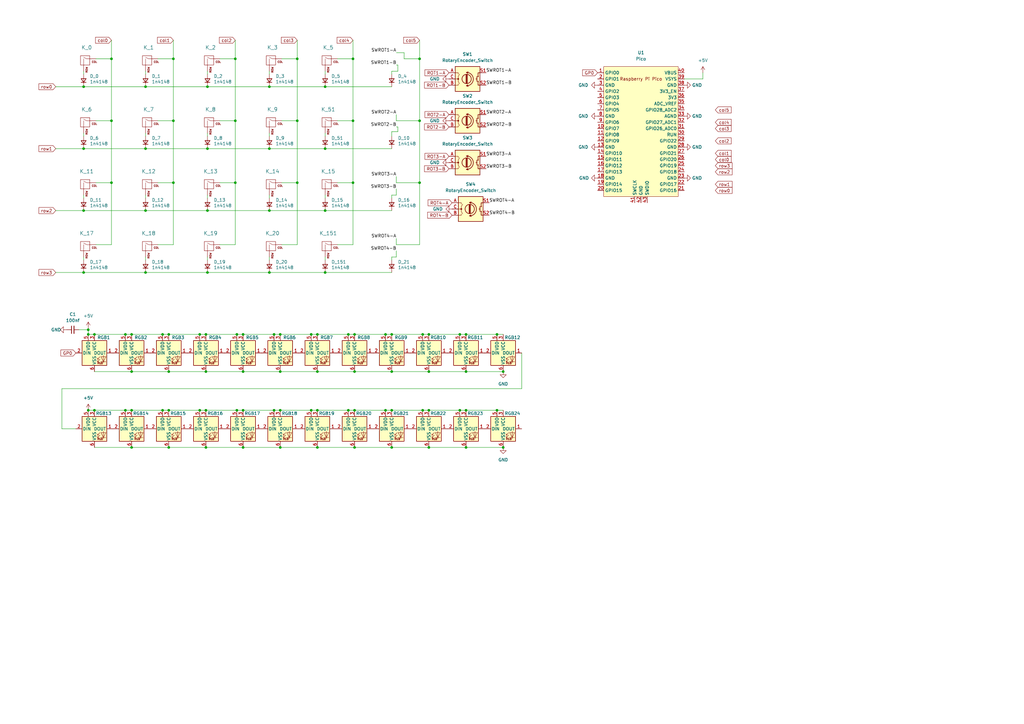
<source format=kicad_sch>
(kicad_sch (version 20211123) (generator eeschema)
  (paper "A3")
  (lib_symbols
    (symbol "Device:C_Small" (pin_numbers hide) (pin_names (offset 0.254) hide)
      (property "Reference" "C" (at 0.254 1.778 0))
      (property "Value" "C_Small" (at 0.254 -2.032 0))
      (symbol "C_Small_0_1"
        (polyline (pts (xy -1.524 -0.508) (xy 1.524 -0.508)) (stroke (width 0.3302)))
        (polyline (pts (xy -1.524 0.508) (xy 1.524 0.508)) (stroke (width 0.3048)))
      )
      (symbol "C_Small_1_1"
        (pin passive line (at 0 2.54 270) (length 2.032) (name "~") (number "1"))
        (pin passive line (at 0 -2.54 90) (length 2.032) (name "~") (number "2"))
      )
    )
    (symbol "Device:D_Small" (pin_numbers hide) (pin_names (offset 0.254) hide)
      (property "Reference" "D" (at -1.27 2.032 0))
      (property "Value" "D_Small" (at -3.81 -2.032 0))
      (symbol "D_Small_0_1"
        (polyline (pts (xy -0.762 -1.016) (xy -0.762 1.016)) (stroke (width 0.254)))
        (polyline (pts (xy -0.762 0) (xy 0.762 0)))
        (polyline (pts (xy 0.762 -1.016) (xy -0.762 0) (xy 0.762 1.016) (xy 0.762 -1.016)) (stroke (width 0.254)))
      )
      (symbol "D_Small_1_1"
        (pin passive line (at -2.54 0 0) (length 1.778) (name "K") (number "1"))
        (pin passive line (at 2.54 0 180) (length 1.778) (name "A") (number "2"))
      )
    )
    (symbol "Device:RotaryEncoder_Switch" (pin_names (offset 0.254) hide)
      (property "Reference" "SW" (at 0 6.604 0))
      (property "Value" "RotaryEncoder_Switch" (at 0 -6.604 0))
      (symbol "RotaryEncoder_Switch_0_1"
        (rectangle (start -5.08 5.08) (end 5.08 -5.08) (stroke (width 0.254)) (fill (type background)))
        (circle (center -3.81 0) (radius 0.254) (fill (type outline)))
        (arc (start -0.381 -2.794) (mid 2.3622 -0.0508) (end -0.381 2.667) (stroke (width 0.254)))
        (circle (center -0.381 0) (radius 1.905) (stroke (width 0.254)))
        (polyline (pts (xy -0.635 -1.778) (xy -0.635 1.778)) (stroke (width 0.254)))
        (polyline (pts (xy -0.381 -1.778) (xy -0.381 1.778)) (stroke (width 0.254)))
        (polyline (pts (xy -0.127 1.778) (xy -0.127 -1.778)) (stroke (width 0.254)))
        (polyline (pts (xy 3.81 0) (xy 3.429 0)) (stroke (width 0.254)))
        (polyline (pts (xy 3.81 1.016) (xy 3.81 -1.016)) (stroke (width 0.254)))
        (polyline (pts (xy -5.08 -2.54) (xy -3.81 -2.54) (xy -3.81 -2.032)))
        (polyline (pts (xy -5.08 2.54) (xy -3.81 2.54) (xy -3.81 2.032)))
        (polyline (pts (xy 0.254 -3.048) (xy -0.508 -2.794) (xy 0.127 -2.413)) (stroke (width 0.254)))
        (polyline (pts (xy 0.254 2.921) (xy -0.508 2.667) (xy 0.127 2.286)) (stroke (width 0.254)))
        (polyline (pts (xy 5.08 -2.54) (xy 4.318 -2.54) (xy 4.318 -1.016)) (stroke (width 0.254)))
        (polyline (pts (xy 5.08 2.54) (xy 4.318 2.54) (xy 4.318 1.016)) (stroke (width 0.254)))
        (polyline (pts (xy -5.08 0) (xy -3.81 0) (xy -3.81 -1.016) (xy -3.302 -2.032)))
        (polyline (pts (xy -4.318 0) (xy -3.81 0) (xy -3.81 1.016) (xy -3.302 2.032)))
        (circle (center 4.318 -1.016) (radius 0.127) (stroke (width 0.254)))
        (circle (center 4.318 1.016) (radius 0.127) (stroke (width 0.254)))
      )
      (symbol "RotaryEncoder_Switch_1_1"
        (pin passive line (at -7.62 2.54 0) (length 2.54) (name "A") (number "A"))
        (pin passive line (at -7.62 -2.54 0) (length 2.54) (name "B") (number "B"))
        (pin passive line (at -7.62 0 0) (length 2.54) (name "C") (number "C"))
        (pin passive line (at 7.62 2.54 180) (length 2.54) (name "S1") (number "S1"))
        (pin passive line (at 7.62 -2.54 180) (length 2.54) (name "S2") (number "S2"))
      )
    )
    (symbol "LED:WS2812" (pin_names (offset 0.254))
      (property "Reference" "D" (at 5.08 5.715 0))
      (property "Value" "WS2812" (at 1.27 -5.715 0))
      (symbol "WS2812_0_0"
        (text "RGB" (at 2.286 -4.191 0) (effects (font (size 0.762 0.762))))
      )
      (symbol "WS2812_0_1"
        (polyline (pts (xy 1.27 -3.556) (xy 1.778 -3.556)))
        (polyline (pts (xy 1.27 -2.54) (xy 1.778 -2.54)))
        (polyline (pts (xy 4.699 -3.556) (xy 2.667 -3.556)))
        (polyline (pts (xy 2.286 -2.54) (xy 1.27 -3.556) (xy 1.27 -3.048)))
        (polyline (pts (xy 2.286 -1.524) (xy 1.27 -2.54) (xy 1.27 -2.032)))
        (polyline (pts (xy 3.683 -1.016) (xy 3.683 -3.556) (xy 3.683 -4.064)))
        (polyline (pts (xy 4.699 -1.524) (xy 2.667 -1.524) (xy 3.683 -3.556) (xy 4.699 -1.524)))
        (rectangle (start 5.08 5.08) (end -5.08 -5.08) (stroke (width 0.254)) (fill (type background)))
      )
      (symbol "WS2812_1_1"
        (pin output line (at 7.62 0 180) (length 2.54) (name "DOUT") (number "1"))
        (pin input line (at -7.62 0 0) (length 2.54) (name "DIN") (number "2"))
        (pin power_in line (at 0 7.62 270) (length 2.54) (name "VCC") (number "3"))
        (pin no_connect line (at 5.08 2.54 180) (length 2.54) hide (name "NC") (number "4"))
        (pin power_in line (at -2.54 7.62 270) (length 2.54) (name "VDD") (number "5"))
        (pin power_in line (at 0 -7.62 90) (length 2.54) (name "VSS") (number "6"))
      )
    )
    (symbol "MCU_RaspberryPi_and_Boards:Pico"
      (property "Reference" "U" (at -13.97 27.94 0))
      (property "Value" "Pico" (at 0 19.05 0))
      (symbol "Pico_0_0"
        (text "Raspberry Pi Pico" (at 0 21.59 0) (effects (font (size 1.27 1.27))))
      )
      (symbol "Pico_0_1"
        (rectangle (start -15.24 26.67) (end 15.24 -26.67) (fill (type background)))
      )
      (symbol "Pico_1_1"
        (pin bidirectional line (at -17.78 24.13 0) (length 2.54) (name "GPIO0") (number "1"))
        (pin bidirectional line (at -17.78 1.27 0) (length 2.54) (name "GPIO7") (number "10"))
        (pin bidirectional line (at -17.78 -1.27 0) (length 2.54) (name "GPIO8") (number "11"))
        (pin bidirectional line (at -17.78 -3.81 0) (length 2.54) (name "GPIO9") (number "12"))
        (pin power_in line (at -17.78 -6.35 0) (length 2.54) (name "GND") (number "13"))
        (pin bidirectional line (at -17.78 -8.89 0) (length 2.54) (name "GPIO10") (number "14"))
        (pin bidirectional line (at -17.78 -11.43 0) (length 2.54) (name "GPIO11") (number "15"))
        (pin bidirectional line (at -17.78 -13.97 0) (length 2.54) (name "GPIO12") (number "16"))
        (pin bidirectional line (at -17.78 -16.51 0) (length 2.54) (name "GPIO13") (number "17"))
        (pin power_in line (at -17.78 -19.05 0) (length 2.54) (name "GND") (number "18"))
        (pin bidirectional line (at -17.78 -21.59 0) (length 2.54) (name "GPIO14") (number "19"))
        (pin bidirectional line (at -17.78 21.59 0) (length 2.54) (name "GPIO1") (number "2"))
        (pin bidirectional line (at -17.78 -24.13 0) (length 2.54) (name "GPIO15") (number "20"))
        (pin bidirectional line (at 17.78 -24.13 180) (length 2.54) (name "GPIO16") (number "21"))
        (pin bidirectional line (at 17.78 -21.59 180) (length 2.54) (name "GPIO17") (number "22"))
        (pin power_in line (at 17.78 -19.05 180) (length 2.54) (name "GND") (number "23"))
        (pin bidirectional line (at 17.78 -16.51 180) (length 2.54) (name "GPIO18") (number "24"))
        (pin bidirectional line (at 17.78 -13.97 180) (length 2.54) (name "GPIO19") (number "25"))
        (pin bidirectional line (at 17.78 -11.43 180) (length 2.54) (name "GPIO20") (number "26"))
        (pin bidirectional line (at 17.78 -8.89 180) (length 2.54) (name "GPIO21") (number "27"))
        (pin power_in line (at 17.78 -6.35 180) (length 2.54) (name "GND") (number "28"))
        (pin bidirectional line (at 17.78 -3.81 180) (length 2.54) (name "GPIO22") (number "29"))
        (pin power_in line (at -17.78 19.05 0) (length 2.54) (name "GND") (number "3"))
        (pin input line (at 17.78 -1.27 180) (length 2.54) (name "RUN") (number "30"))
        (pin bidirectional line (at 17.78 1.27 180) (length 2.54) (name "GPIO26_ADC0") (number "31"))
        (pin bidirectional line (at 17.78 3.81 180) (length 2.54) (name "GPIO27_ADC1") (number "32"))
        (pin power_in line (at 17.78 6.35 180) (length 2.54) (name "AGND") (number "33"))
        (pin bidirectional line (at 17.78 8.89 180) (length 2.54) (name "GPIO28_ADC2") (number "34"))
        (pin power_in line (at 17.78 11.43 180) (length 2.54) (name "ADC_VREF") (number "35"))
        (pin power_in line (at 17.78 13.97 180) (length 2.54) (name "3V3") (number "36"))
        (pin input line (at 17.78 16.51 180) (length 2.54) (name "3V3_EN") (number "37"))
        (pin bidirectional line (at 17.78 19.05 180) (length 2.54) (name "GND") (number "38"))
        (pin power_in line (at 17.78 21.59 180) (length 2.54) (name "VSYS") (number "39"))
        (pin bidirectional line (at -17.78 16.51 0) (length 2.54) (name "GPIO2") (number "4"))
        (pin power_in line (at 17.78 24.13 180) (length 2.54) (name "VBUS") (number "40"))
        (pin input line (at -2.54 -29.21 90) (length 2.54) (name "SWCLK") (number "41"))
        (pin power_in line (at 0 -29.21 90) (length 2.54) (name "GND") (number "42"))
        (pin bidirectional line (at 2.54 -29.21 90) (length 2.54) (name "SWDIO") (number "43"))
        (pin bidirectional line (at -17.78 13.97 0) (length 2.54) (name "GPIO3") (number "5"))
        (pin bidirectional line (at -17.78 11.43 0) (length 2.54) (name "GPIO4") (number "6"))
        (pin bidirectional line (at -17.78 8.89 0) (length 2.54) (name "GPIO5") (number "7"))
        (pin power_in line (at -17.78 6.35 0) (length 2.54) (name "GND") (number "8"))
        (pin bidirectional line (at -17.78 3.81 0) (length 2.54) (name "GPIO6") (number "9"))
      )
    )
    (symbol "MX_Alps_Hybrid:MX-NoLED" (pin_names (offset 1.016))
      (property "Reference" "MX" (at -0.635 3.81 0))
      (property "Value" "MX-NoLED" (at -0.635 1.27 0))
      (symbol "MX-NoLED_0_0"
        (rectangle (start -2.54 2.54) (end 1.27 -1.27))
        (polyline (pts (xy -1.27 -1.27) (xy -1.27 1.27)) (stroke (width 0.127)))
        (polyline (pts (xy 1.27 1.27) (xy 0 1.27) (xy -1.27 1.905)) (stroke (width 0.127)))
        (text "COL" (at 3.175 0 0) (effects (font (size 0.762 0.762))))
        (text "ROW" (at 0 -1.905 900) (effects (font (size 0.762 0.762)) (justify right)))
      )
      (symbol "MX-NoLED_1_1"
        (pin passive line (at 3.81 1.27 180) (length 2.54) (name "COL") (number "1"))
        (pin passive line (at -1.27 -3.81 90) (length 2.54) (name "ROW") (number "2"))
      )
    )
    (symbol "power:+5V" (power) (pin_names (offset 0))
      (property "Value" "+5V" (at 0 3.556 0))
      (symbol "+5V_0_1"
        (polyline (pts (xy -0.762 1.27) (xy 0 2.54)))
        (polyline (pts (xy 0 0) (xy 0 2.54)))
        (polyline (pts (xy 0 2.54) (xy 0.762 1.27)))
      )
      (symbol "+5V_1_1"
        (pin power_in line (at 0 0 90) (length 0) hide (name "+5V") (number "1"))
      )
    )
    (symbol "power:GND" (power) (pin_names (offset 0))
      (property "Value" "GND" (at 0 -3.81 0))
      (symbol "GND_0_1"
        (polyline (pts (xy 0 0) (xy 0 -1.27) (xy 1.27 -1.27) (xy 0 -2.54) (xy -1.27 -1.27) (xy 0 -1.27)))
      )
      (symbol "GND_1_1"
        (pin power_in line (at 0 0 270) (length 0) hide (name "GND") (number "1"))
      )
    )
  )
  (junction (at 188.595 137.16))
  (junction (at 112.395 168.275))
  (junction (at 121.92 74.93))
  (junction (at 38.735 137.16))
  (junction (at 206.375 152.4))
  (junction (at 66.675 168.275))
  (junction (at 172.085 49.53))
  (junction (at 34.29 111.76))
  (junction (at 133.35 60.96))
  (junction (at 110.49 86.36))
  (junction (at 127.635 168.275))
  (junction (at 203.835 137.16))
  (junction (at 121.92 24.13))
  (junction (at 59.69 111.76))
  (junction (at 71.12 49.53))
  (junction (at 96.52 24.13))
  (junction (at 85.09 86.36))
  (junction (at 203.835 168.275))
  (junction (at 59.69 86.36))
  (junction (at 85.09 35.56))
  (junction (at 71.12 24.13))
  (junction (at 191.135 168.275))
  (junction (at 206.375 183.515))
  (junction (at 34.29 86.36))
  (junction (at 144.78 24.13))
  (junction (at 96.52 74.93))
  (junction (at 145.415 183.515))
  (junction (at 121.92 49.53))
  (junction (at 144.78 49.53))
  (junction (at 114.935 137.16))
  (junction (at 99.695 168.275))
  (junction (at 130.175 137.16))
  (junction (at 144.78 74.93))
  (junction (at 173.355 168.275))
  (junction (at 112.395 137.16))
  (junction (at 45.72 24.13))
  (junction (at 130.175 183.515))
  (junction (at 158.115 168.275))
  (junction (at 188.595 168.275))
  (junction (at 145.415 168.275))
  (junction (at 110.49 60.96))
  (junction (at 69.215 183.515))
  (junction (at 59.69 35.56))
  (junction (at 133.35 35.56))
  (junction (at 51.435 137.16))
  (junction (at 59.69 60.96))
  (junction (at 145.415 137.16))
  (junction (at 66.675 137.16))
  (junction (at 175.895 137.16))
  (junction (at 172.085 74.93))
  (junction (at 175.895 168.275))
  (junction (at 191.135 152.4))
  (junction (at 130.175 152.4))
  (junction (at 36.195 168.275))
  (junction (at 110.49 35.56))
  (junction (at 160.655 152.4))
  (junction (at 175.895 183.515))
  (junction (at 36.195 135.255))
  (junction (at 173.355 137.16))
  (junction (at 81.915 137.16))
  (junction (at 84.455 137.16))
  (junction (at 114.935 183.515))
  (junction (at 38.735 168.275))
  (junction (at 34.29 35.56))
  (junction (at 81.915 168.275))
  (junction (at 84.455 152.4))
  (junction (at 158.115 137.16))
  (junction (at 97.155 168.275))
  (junction (at 145.415 152.4))
  (junction (at 53.975 152.4))
  (junction (at 160.655 168.275))
  (junction (at 114.935 152.4))
  (junction (at 130.175 168.275))
  (junction (at 84.455 168.275))
  (junction (at 51.435 168.275))
  (junction (at 191.135 183.515))
  (junction (at 110.49 111.76))
  (junction (at 53.975 183.515))
  (junction (at 45.72 49.53))
  (junction (at 175.895 152.4))
  (junction (at 99.695 137.16))
  (junction (at 84.455 183.515))
  (junction (at 99.695 183.515))
  (junction (at 45.72 74.93))
  (junction (at 34.29 60.96))
  (junction (at 127.635 137.16))
  (junction (at 160.655 183.515))
  (junction (at 69.215 137.16))
  (junction (at 172.085 24.13))
  (junction (at 99.695 152.4))
  (junction (at 71.12 74.93))
  (junction (at 69.215 152.4))
  (junction (at 133.35 111.76))
  (junction (at 142.875 168.275))
  (junction (at 69.215 168.275))
  (junction (at 97.155 137.16))
  (junction (at 114.935 168.275))
  (junction (at 36.195 137.16))
  (junction (at 142.875 137.16))
  (junction (at 191.135 137.16))
  (junction (at 96.52 49.53))
  (junction (at 53.975 168.275))
  (junction (at 160.655 137.16))
  (junction (at 85.09 111.76))
  (junction (at 133.35 86.36))
  (junction (at 53.975 137.16))
  (junction (at 85.09 60.96))
  (wire (pts (xy 160.655 137.16) (xy 173.355 137.16)))
  (wire (pts (xy 34.29 86.36) (xy 59.69 86.36)))
  (wire (pts (xy 39.37 49.53) (xy 45.72 49.53)))
  (wire (pts (xy 112.395 168.275) (xy 114.935 168.275)))
  (wire (pts (xy 22.86 35.56) (xy 34.29 35.56)))
  (wire (pts (xy 138.43 49.53) (xy 144.78 49.53)))
  (wire (pts (xy 84.455 168.275) (xy 97.155 168.275)))
  (wire (pts (xy 25.4 159.385) (xy 25.4 175.895)))
  (wire (pts (xy 144.78 74.93) (xy 144.78 100.33)))
  (wire (pts (xy 39.37 100.33) (xy 45.72 100.33)))
  (wire (pts (xy 172.085 16.51) (xy 172.085 24.13)))
  (wire (pts (xy 99.695 183.515) (xy 114.935 183.515)))
  (wire (pts (xy 127.635 168.275) (xy 130.175 168.275)))
  (wire (pts (xy 45.72 74.93) (xy 45.72 49.53)))
  (wire (pts (xy 288.29 32.385) (xy 288.29 29.845)))
  (wire (pts (xy 38.735 137.16) (xy 51.435 137.16)))
  (wire (pts (xy 38.735 183.515) (xy 53.975 183.515)))
  (wire (pts (xy 34.29 35.56) (xy 59.69 35.56)))
  (wire (pts (xy 85.09 54.61) (xy 85.09 55.88)))
  (wire (pts (xy 160.655 53.975) (xy 163.195 53.975)))
  (wire (pts (xy 45.72 16.51) (xy 45.72 24.13)))
  (wire (pts (xy 90.17 100.33) (xy 96.52 100.33)))
  (wire (pts (xy 90.17 24.13) (xy 96.52 24.13)))
  (wire (pts (xy 81.915 137.16) (xy 84.455 137.16)))
  (wire (pts (xy 64.77 74.93) (xy 71.12 74.93)))
  (wire (pts (xy 191.135 137.16) (xy 203.835 137.16)))
  (wire (pts (xy 160.655 105.41) (xy 162.56 105.41)))
  (wire (pts (xy 191.135 152.4) (xy 206.375 152.4)))
  (wire (pts (xy 59.69 80.01) (xy 59.69 81.28)))
  (wire (pts (xy 39.37 74.93) (xy 45.72 74.93)))
  (wire (pts (xy 145.415 183.515) (xy 160.655 183.515)))
  (wire (pts (xy 85.09 86.36) (xy 110.49 86.36)))
  (wire (pts (xy 85.09 35.56) (xy 110.49 35.56)))
  (wire (pts (xy 162.56 26.67) (xy 163.195 26.67)))
  (wire (pts (xy 34.29 105.41) (xy 34.29 106.68)))
  (wire (pts (xy 34.29 54.61) (xy 34.29 55.88)))
  (wire (pts (xy 144.78 49.53) (xy 144.78 74.93)))
  (wire (pts (xy 160.655 183.515) (xy 175.895 183.515)))
  (wire (pts (xy 138.43 74.93) (xy 144.78 74.93)))
  (wire (pts (xy 25.4 175.895) (xy 31.115 175.895)))
  (wire (pts (xy 114.935 168.275) (xy 127.635 168.275)))
  (wire (pts (xy 110.49 80.01) (xy 110.49 81.28)))
  (wire (pts (xy 110.49 111.76) (xy 133.35 111.76)))
  (wire (pts (xy 71.12 16.51) (xy 71.12 24.13)))
  (wire (pts (xy 90.17 74.93) (xy 96.52 74.93)))
  (wire (pts (xy 110.49 105.41) (xy 110.49 106.68)))
  (wire (pts (xy 38.735 168.275) (xy 51.435 168.275)))
  (wire (pts (xy 130.175 152.4) (xy 145.415 152.4)))
  (wire (pts (xy 96.52 74.93) (xy 96.52 49.53)))
  (wire (pts (xy 71.12 74.93) (xy 71.12 49.53)))
  (wire (pts (xy 160.655 168.275) (xy 173.355 168.275)))
  (wire (pts (xy 162.56 105.41) (xy 162.56 102.87)))
  (wire (pts (xy 114.935 152.4) (xy 130.175 152.4)))
  (wire (pts (xy 163.195 52.07) (xy 162.56 52.07)))
  (wire (pts (xy 121.92 24.13) (xy 121.92 49.53)))
  (wire (pts (xy 45.72 24.13) (xy 45.72 49.53)))
  (wire (pts (xy 85.09 60.96) (xy 110.49 60.96)))
  (wire (pts (xy 162.56 80.01) (xy 162.56 77.47)))
  (wire (pts (xy 66.675 137.16) (xy 69.215 137.16)))
  (wire (pts (xy 59.69 111.76) (xy 85.09 111.76)))
  (wire (pts (xy 96.52 24.13) (xy 96.52 49.53)))
  (wire (pts (xy 71.12 24.13) (xy 71.12 49.53)))
  (wire (pts (xy 138.43 100.33) (xy 144.78 100.33)))
  (wire (pts (xy 36.195 134.62) (xy 36.195 135.255)))
  (wire (pts (xy 162.56 100.33) (xy 162.56 97.79)))
  (wire (pts (xy 175.895 183.515) (xy 191.135 183.515)))
  (wire (pts (xy 213.995 159.385) (xy 25.4 159.385)))
  (wire (pts (xy 160.655 53.975) (xy 160.655 55.88)))
  (wire (pts (xy 69.215 168.275) (xy 81.915 168.275)))
  (wire (pts (xy 36.195 168.275) (xy 38.735 168.275)))
  (wire (pts (xy 59.69 86.36) (xy 85.09 86.36)))
  (wire (pts (xy 163.195 26.67) (xy 163.195 29.21)))
  (wire (pts (xy 64.77 24.13) (xy 71.12 24.13)))
  (wire (pts (xy 99.695 137.16) (xy 112.395 137.16)))
  (wire (pts (xy 158.115 168.275) (xy 160.655 168.275)))
  (wire (pts (xy 90.17 49.53) (xy 96.52 49.53)))
  (wire (pts (xy 175.895 152.4) (xy 191.135 152.4)))
  (wire (pts (xy 133.35 29.21) (xy 133.35 30.48)))
  (wire (pts (xy 158.115 137.16) (xy 160.655 137.16)))
  (wire (pts (xy 130.175 168.275) (xy 142.875 168.275)))
  (wire (pts (xy 51.435 137.16) (xy 53.975 137.16)))
  (wire (pts (xy 162.56 49.53) (xy 162.56 46.99)))
  (wire (pts (xy 203.835 168.275) (xy 206.375 168.275)))
  (wire (pts (xy 121.92 100.33) (xy 121.92 74.93)))
  (wire (pts (xy 145.415 152.4) (xy 160.655 152.4)))
  (wire (pts (xy 22.86 60.96) (xy 34.29 60.96)))
  (wire (pts (xy 191.135 183.515) (xy 206.375 183.515)))
  (wire (pts (xy 53.975 137.16) (xy 66.675 137.16)))
  (wire (pts (xy 175.895 137.16) (xy 188.595 137.16)))
  (wire (pts (xy 145.415 137.16) (xy 158.115 137.16)))
  (wire (pts (xy 213.995 144.78) (xy 213.995 159.385)))
  (wire (pts (xy 280.67 32.385) (xy 288.29 32.385)))
  (wire (pts (xy 172.085 24.13) (xy 172.085 49.53)))
  (wire (pts (xy 130.175 183.515) (xy 145.415 183.515)))
  (wire (pts (xy 85.09 80.01) (xy 85.09 81.28)))
  (wire (pts (xy 59.69 105.41) (xy 59.69 106.68)))
  (wire (pts (xy 110.49 35.56) (xy 133.35 35.56)))
  (wire (pts (xy 133.35 80.01) (xy 133.35 81.28)))
  (wire (pts (xy 97.155 168.275) (xy 99.695 168.275)))
  (wire (pts (xy 172.085 74.93) (xy 172.085 100.33)))
  (wire (pts (xy 99.695 152.4) (xy 114.935 152.4)))
  (wire (pts (xy 165.735 24.13) (xy 165.735 21.59)))
  (wire (pts (xy 96.52 16.51) (xy 96.52 24.13)))
  (wire (pts (xy 110.49 86.36) (xy 133.35 86.36)))
  (wire (pts (xy 59.69 35.56) (xy 85.09 35.56)))
  (wire (pts (xy 39.37 24.13) (xy 45.72 24.13)))
  (wire (pts (xy 162.56 100.33) (xy 172.085 100.33)))
  (wire (pts (xy 115.57 74.93) (xy 121.92 74.93)))
  (wire (pts (xy 81.915 168.275) (xy 84.455 168.275)))
  (wire (pts (xy 53.975 183.515) (xy 69.215 183.515)))
  (wire (pts (xy 142.875 137.16) (xy 145.415 137.16)))
  (wire (pts (xy 115.57 24.13) (xy 121.92 24.13)))
  (wire (pts (xy 34.29 29.21) (xy 34.29 30.48)))
  (wire (pts (xy 173.355 168.275) (xy 175.895 168.275)))
  (wire (pts (xy 85.09 29.21) (xy 85.09 30.48)))
  (wire (pts (xy 133.35 111.76) (xy 160.655 111.76)))
  (wire (pts (xy 71.12 100.33) (xy 71.12 74.93)))
  (wire (pts (xy 38.735 152.4) (xy 53.975 152.4)))
  (wire (pts (xy 121.92 16.51) (xy 121.92 24.13)))
  (wire (pts (xy 34.29 60.96) (xy 59.69 60.96)))
  (wire (pts (xy 84.455 183.515) (xy 99.695 183.515)))
  (wire (pts (xy 165.735 24.13) (xy 172.085 24.13)))
  (wire (pts (xy 133.35 35.56) (xy 160.655 35.56)))
  (wire (pts (xy 133.35 60.96) (xy 160.655 60.96)))
  (wire (pts (xy 172.085 74.93) (xy 172.085 49.53)))
  (wire (pts (xy 165.735 21.59) (xy 162.56 21.59)))
  (wire (pts (xy 133.35 105.41) (xy 133.35 106.68)))
  (wire (pts (xy 110.49 54.61) (xy 110.49 55.88)))
  (wire (pts (xy 97.155 137.16) (xy 99.695 137.16)))
  (wire (pts (xy 162.56 74.93) (xy 172.085 74.93)))
  (wire (pts (xy 32.385 135.255) (xy 36.195 135.255)))
  (wire (pts (xy 64.77 100.33) (xy 71.12 100.33)))
  (wire (pts (xy 69.215 183.515) (xy 84.455 183.515)))
  (wire (pts (xy 144.78 16.51) (xy 144.78 24.13)))
  (wire (pts (xy 110.49 60.96) (xy 133.35 60.96)))
  (wire (pts (xy 22.86 111.76) (xy 34.29 111.76)))
  (wire (pts (xy 84.455 152.4) (xy 99.695 152.4)))
  (wire (pts (xy 175.895 168.275) (xy 188.595 168.275)))
  (wire (pts (xy 138.43 24.13) (xy 144.78 24.13)))
  (wire (pts (xy 84.455 137.16) (xy 97.155 137.16)))
  (wire (pts (xy 160.655 29.21) (xy 160.655 30.48)))
  (wire (pts (xy 64.77 49.53) (xy 71.12 49.53)))
  (wire (pts (xy 34.29 111.76) (xy 59.69 111.76)))
  (wire (pts (xy 69.215 152.4) (xy 84.455 152.4)))
  (wire (pts (xy 133.35 86.36) (xy 160.655 86.36)))
  (wire (pts (xy 110.49 29.21) (xy 110.49 30.48)))
  (wire (pts (xy 115.57 100.33) (xy 121.92 100.33)))
  (wire (pts (xy 85.09 105.41) (xy 85.09 106.68)))
  (wire (pts (xy 36.195 135.255) (xy 36.195 137.16)))
  (wire (pts (xy 160.655 80.01) (xy 162.56 80.01)))
  (wire (pts (xy 162.56 49.53) (xy 172.085 49.53)))
  (wire (pts (xy 191.135 168.275) (xy 203.835 168.275)))
  (wire (pts (xy 145.415 168.275) (xy 158.115 168.275)))
  (wire (pts (xy 53.975 168.275) (xy 66.675 168.275)))
  (wire (pts (xy 59.69 60.96) (xy 85.09 60.96)))
  (wire (pts (xy 127.635 137.16) (xy 130.175 137.16)))
  (wire (pts (xy 53.975 152.4) (xy 69.215 152.4)))
  (wire (pts (xy 144.78 24.13) (xy 144.78 49.53)))
  (wire (pts (xy 173.355 137.16) (xy 175.895 137.16)))
  (wire (pts (xy 188.595 137.16) (xy 191.135 137.16)))
  (wire (pts (xy 51.435 168.275) (xy 53.975 168.275)))
  (wire (pts (xy 162.56 74.93) (xy 162.56 72.39)))
  (wire (pts (xy 36.195 137.16) (xy 38.735 137.16)))
  (wire (pts (xy 112.395 137.16) (xy 114.935 137.16)))
  (wire (pts (xy 22.86 86.36) (xy 34.29 86.36)))
  (wire (pts (xy 160.655 152.4) (xy 175.895 152.4)))
  (wire (pts (xy 114.935 183.515) (xy 130.175 183.515)))
  (wire (pts (xy 85.09 111.76) (xy 110.49 111.76)))
  (wire (pts (xy 203.835 137.16) (xy 206.375 137.16)))
  (wire (pts (xy 45.72 100.33) (xy 45.72 74.93)))
  (wire (pts (xy 114.935 137.16) (xy 127.635 137.16)))
  (wire (pts (xy 130.175 137.16) (xy 142.875 137.16)))
  (wire (pts (xy 69.215 137.16) (xy 81.915 137.16)))
  (wire (pts (xy 34.29 80.01) (xy 34.29 81.28)))
  (wire (pts (xy 115.57 49.53) (xy 121.92 49.53)))
  (wire (pts (xy 59.69 54.61) (xy 59.69 55.88)))
  (wire (pts (xy 160.655 80.01) (xy 160.655 81.28)))
  (wire (pts (xy 121.92 74.93) (xy 121.92 49.53)))
  (wire (pts (xy 66.675 168.275) (xy 69.215 168.275)))
  (wire (pts (xy 188.595 168.275) (xy 191.135 168.275)))
  (wire (pts (xy 96.52 100.33) (xy 96.52 74.93)))
  (wire (pts (xy 163.195 53.975) (xy 163.195 52.07)))
  (wire (pts (xy 142.875 168.275) (xy 145.415 168.275)))
  (wire (pts (xy 160.655 105.41) (xy 160.655 106.68)))
  (wire (pts (xy 133.35 54.61) (xy 133.35 55.88)))
  (wire (pts (xy 99.695 168.275) (xy 112.395 168.275)))
  (wire (pts (xy 59.69 29.21) (xy 59.69 30.48)))
  (wire (pts (xy 163.195 29.21) (xy 160.655 29.21)))
  (label "SWROT4-A" (at 162.56 97.79 180))
  (label "SWROT2-A" (at 199.39 46.99 0))
  (label "SWROT1-B" (at 162.56 26.67 180))
  (label "SWROT1-B" (at 199.39 34.925 0))
  (label "SWROT2-A" (at 162.56 46.99 180))
  (label "SWROT3-A" (at 162.56 72.39 180))
  (label "SWROT1-A" (at 199.39 29.845 0))
  (label "SWROT4-B" (at 162.56 102.87 180))
  (label "SWROT2-B" (at 162.56 52.07 180))
  (label "SWROT3-B" (at 162.56 77.47 180))
  (label "SWROT4-B" (at 200.66 88.265 0))
  (label "SWROT2-B" (at 199.39 52.07 0))
  (label "SWROT3-A" (at 199.39 64.135 0))
  (label "SWROT1-A" (at 162.56 21.59 180))
  (label "SWROT4-A" (at 200.66 83.185 0))
  (label "SWROT3-B" (at 199.39 69.215 0))
  (global_label "ROT1-A" (shape input) (at 184.15 29.845 180) (property "Intersheet References" "${INTERSHEET_REFS}" (effects hide)))
  (global_label "row0" (shape input) (at 22.86 35.56 180) (property "Intersheet References" "${INTERSHEET_REFS}" (effects hide)))
  (global_label "ROT3-A" (shape input) (at 184.15 64.135 180) (property "Intersheet References" "${INTERSHEET_REFS}" (effects hide)))
  (global_label "ROT1-B" (shape input) (at 184.15 34.925 180) (property "Intersheet References" "${INTERSHEET_REFS}" (effects hide)))
  (global_label "col1" (shape input) (at 293.37 62.865 0) (property "Intersheet References" "${INTERSHEET_REFS}" (effects hide)))
  (global_label "row1" (shape input) (at 22.86 60.96 180) (property "Intersheet References" "${INTERSHEET_REFS}" (effects hide)))
  (global_label "GP0" (shape input) (at 31.115 144.78 180) (property "Intersheet References" "${INTERSHEET_REFS}" (effects hide)))
  (global_label "ROT4-B" (shape input) (at 185.42 88.265 180) (property "Intersheet References" "${INTERSHEET_REFS}" (effects hide)))
  (global_label "row1" (shape input) (at 293.37 75.565 0) (property "Intersheet References" "${INTERSHEET_REFS}" (effects hide)))
  (global_label "GP0" (shape input) (at 245.11 29.845 180) (property "Intersheet References" "${INTERSHEET_REFS}" (effects hide)))
  (global_label "col5" (shape input) (at 293.37 45.085 0) (property "Intersheet References" "${INTERSHEET_REFS}" (effects hide)))
  (global_label "col0" (shape input) (at 293.37 65.405 0) (property "Intersheet References" "${INTERSHEET_REFS}" (effects hide)))
  (global_label "col5" (shape input) (at 172.085 16.51 180) (property "Intersheet References" "${INTERSHEET_REFS}" (effects hide)))
  (global_label "row2" (shape input) (at 293.37 70.485 0) (property "Intersheet References" "${INTERSHEET_REFS}" (effects hide)))
  (global_label "ROT4-A" (shape input) (at 185.42 83.185 180) (property "Intersheet References" "${INTERSHEET_REFS}" (effects hide)))
  (global_label "col2" (shape input) (at 293.37 57.785 0) (property "Intersheet References" "${INTERSHEET_REFS}" (effects hide)))
  (global_label "col0" (shape input) (at 45.72 16.51 180) (property "Intersheet References" "${INTERSHEET_REFS}" (effects hide)))
  (global_label "ROT2-A" (shape input) (at 184.15 46.99 180) (property "Intersheet References" "${INTERSHEET_REFS}" (effects hide)))
  (global_label "ROT2-B" (shape input) (at 184.15 52.07 180) (property "Intersheet References" "${INTERSHEET_REFS}" (effects hide)))
  (global_label "row2" (shape input) (at 22.86 86.36 180) (property "Intersheet References" "${INTERSHEET_REFS}" (effects hide)))
  (global_label "col4" (shape input) (at 293.37 50.165 0) (property "Intersheet References" "${INTERSHEET_REFS}" (effects hide)))
  (global_label "row0" (shape input) (at 293.37 78.105 0) (property "Intersheet References" "${INTERSHEET_REFS}" (effects hide)))
  (global_label "col4" (shape input) (at 144.78 16.51 180) (property "Intersheet References" "${INTERSHEET_REFS}" (effects hide)))
  (global_label "col3" (shape input) (at 293.37 52.705 0) (property "Intersheet References" "${INTERSHEET_REFS}" (effects hide)))
  (global_label "row3" (shape input) (at 293.37 67.945 0) (property "Intersheet References" "${INTERSHEET_REFS}" (effects hide)))
  (global_label "row3" (shape input) (at 22.86 111.76 180) (property "Intersheet References" "${INTERSHEET_REFS}" (effects hide)))
  (global_label "col3" (shape input) (at 121.92 16.51 180) (property "Intersheet References" "${INTERSHEET_REFS}" (effects hide)))
  (global_label "ROT3-B" (shape input) (at 184.15 69.215 180) (property "Intersheet References" "${INTERSHEET_REFS}" (effects hide)))
  (global_label "col1" (shape input) (at 71.12 16.51 180) (property "Intersheet References" "${INTERSHEET_REFS}" (effects hide)))
  (global_label "col2" (shape input) (at 96.52 16.51 180) (property "Intersheet References" "${INTERSHEET_REFS}" (effects hide)))
  (symbol (lib_id "LED:WS2812") (at 160.655 175.895 0) (unit 1)
    (property "Reference" "RGB21" (at 164.465 169.545 0))
    (property "Value" "WS2812" (effects hide))
    (property "Footprint" "LED_SMD:LED_WS2812_PLCC6_5.0x5.0mm_P1.6mm" (effects hide))
    (property "Datasheet" "https://cdn-shop.adafruit.com/datasheets/WS2812.pdf" (effects hide))
  )
  (symbol (lib_id "MX_Alps_Hybrid:MX-NoLED") (at 134.62 101.6 0) (unit 1)
    (property "Reference" "K_151" (at 134.62 95.6818 0) (effects (font (size 1.524 1.524))))
    (property "Value" "MX Switch" (effects hide))
    (property "Footprint" "MX_Only:MXOnly-1U-NoLED" (effects hide))
  )
  (symbol (lib_id "power:GND") (at 184.15 32.385 270) (unit 1)
    (property "Reference" "#PWR0112" (effects hide))
    (property "Value" "GND" (at 180.34 32.3849 90) (effects (justify right)))
  )
  (symbol (lib_id "power:GND") (at 280.67 34.925 90) (unit 1)
    (property "Reference" "#PWR0108" (effects hide))
    (property "Value" "GND" (at 283.845 34.9249 90) (effects (justify right)))
  )
  (symbol (lib_id "LED:WS2812") (at 160.655 144.78 0) (unit 1)
    (property "Reference" "RGB9" (at 164.465 138.43 0))
    (property "Value" "WS2812" (effects hide))
    (property "Footprint" "LED_SMD:LED_WS2812_PLCC6_5.0x5.0mm_P1.6mm" (effects hide))
    (property "Datasheet" "https://cdn-shop.adafruit.com/datasheets/WS2812.pdf" (effects hide))
  )
  (symbol (lib_id "Device:D_Small") (at 34.29 109.22 90) (unit 1)
    (property "Reference" "D_17" (at 36.83 107.442 90) (effects (justify right)))
    (property "Value" "1n4148" (at 36.83 109.728 90) (effects (justify right)))
    (property "Footprint" "Diode_THT:D_DO-35_SOD27_P7.62mm_Horizontal" (effects hide))
  )
  (symbol (lib_id "Device:D_Small") (at 85.09 83.82 90) (unit 1)
    (property "Reference" "D_13" (at 87.63 82.042 90) (effects (justify right)))
    (property "Value" "1n4148" (at 87.63 84.328 90) (effects (justify right)))
    (property "Footprint" "Diode_THT:D_DO-35_SOD27_P7.62mm_Horizontal" (effects hide))
  )
  (symbol (lib_id "LED:WS2812") (at 206.375 175.895 0) (unit 1)
    (property "Reference" "RGB24" (at 210.185 169.545 0))
    (property "Value" "WS2812" (effects hide))
    (property "Footprint" "LED_SMD:LED_WS2812_PLCC6_5.0x5.0mm_P1.6mm" (effects hide))
    (property "Datasheet" "https://cdn-shop.adafruit.com/datasheets/WS2812.pdf" (effects hide))
  )
  (symbol (lib_id "Device:RotaryEncoder_Switch") (at 191.77 66.675 0) (unit 1)
    (property "Reference" "SW3" (at 191.77 56.515 0))
    (property "Value" "RotaryEncoder_Switch" (at 191.77 59.055 0))
    (property "Footprint" "Rotary_Encoder:RotaryEncoder_Alps_EC12E-Switch_Vertical_H20mm" (effects hide))
  )
  (symbol (lib_id "power:+5V") (at 36.195 134.62 0) (unit 1)
    (property "Reference" "#PWR0117" (effects hide))
    (property "Value" "+5V" (at 36.195 129.54 0))
  )
  (symbol (lib_id "Device:D_Small") (at 85.09 33.02 90) (unit 1)
    (property "Reference" "D_2" (at 87.63 31.242 90) (effects (justify right)))
    (property "Value" "1n4148" (at 87.63 33.528 90) (effects (justify right)))
    (property "Footprint" "Diode_THT:D_DO-35_SOD27_P7.62mm_Horizontal" (effects hide))
  )
  (symbol (lib_id "Device:D_Small") (at 133.35 83.82 90) (unit 1)
    (property "Reference" "D_15" (at 135.89 82.042 90) (effects (justify right)))
    (property "Value" "1n4148" (at 135.89 84.328 90) (effects (justify right)))
    (property "Footprint" "Diode_THT:D_DO-35_SOD27_P7.62mm_Horizontal" (effects hide))
  )
  (symbol (lib_id "power:GND") (at 280.67 73.025 90) (unit 1)
    (property "Reference" "#PWR0105" (effects hide))
    (property "Value" "GND" (at 283.845 73.0249 90) (effects (justify right)))
  )
  (symbol (lib_id "Device:RotaryEncoder_Switch") (at 191.77 49.53 0) (unit 1)
    (property "Reference" "SW2" (at 191.77 39.37 0))
    (property "Value" "RotaryEncoder_Switch" (at 191.77 41.91 0))
    (property "Footprint" "Rotary_Encoder:RotaryEncoder_Alps_EC12E-Switch_Vertical_H20mm" (effects hide))
  )
  (symbol (lib_id "power:GND") (at 280.67 47.625 90) (unit 1)
    (property "Reference" "#PWR0107" (effects hide))
    (property "Value" "GND" (at 283.845 47.6249 90) (effects (justify right)))
  )
  (symbol (lib_id "MX_Alps_Hybrid:MX-NoLED") (at 35.56 25.4 0) (unit 1)
    (property "Reference" "K_0" (at 35.56 19.4818 0) (effects (font (size 1.524 1.524))))
    (property "Value" "MX Switch" (effects hide))
    (property "Footprint" "MX_Only:MXOnly-1U-NoLED" (effects hide))
  )
  (symbol (lib_id "LED:WS2812") (at 99.695 175.895 0) (unit 1)
    (property "Reference" "RGB17" (at 103.505 169.545 0))
    (property "Value" "WS2812" (effects hide))
    (property "Footprint" "LED_SMD:LED_WS2812_PLCC6_5.0x5.0mm_P1.6mm" (effects hide))
    (property "Datasheet" "https://cdn-shop.adafruit.com/datasheets/WS2812.pdf" (effects hide))
  )
  (symbol (lib_id "Device:D_Small") (at 133.35 109.22 90) (unit 1)
    (property "Reference" "D_151" (at 135.89 107.442 90) (effects (justify right)))
    (property "Value" "1n4148" (at 135.89 109.728 90) (effects (justify right)))
    (property "Footprint" "Diode_THT:D_DO-35_SOD27_P7.62mm_Horizontal" (effects hide))
  )
  (symbol (lib_id "power:GND") (at 206.375 183.515 0) (unit 1)
    (property "Reference" "#PWR0114" (effects hide))
    (property "Value" "GND" (at 206.375 188.595 0))
  )
  (symbol (lib_id "Device:D_Small") (at 110.49 33.02 90) (unit 1)
    (property "Reference" "D_3" (at 113.03 31.242 90) (effects (justify right)))
    (property "Value" "1n4148" (at 113.03 33.528 90) (effects (justify right)))
    (property "Footprint" "Diode_THT:D_DO-35_SOD27_P7.62mm_Horizontal" (effects hide))
  )
  (symbol (lib_id "Device:RotaryEncoder_Switch") (at 193.04 85.725 0) (unit 1)
    (property "Reference" "SW4" (at 193.04 75.565 0))
    (property "Value" "RotaryEncoder_Switch" (at 193.04 78.105 0))
    (property "Footprint" "Rotary_Encoder:RotaryEncoder_Alps_EC12E-Switch_Vertical_H20mm" (effects hide))
  )
  (symbol (lib_id "LED:WS2812") (at 84.455 144.78 0) (unit 1)
    (property "Reference" "RGB4" (at 88.265 138.43 0))
    (property "Value" "WS2812" (effects hide))
    (property "Footprint" "LED_SMD:LED_WS2812_PLCC6_5.0x5.0mm_P1.6mm" (effects hide))
    (property "Datasheet" "https://cdn-shop.adafruit.com/datasheets/WS2812.pdf" (effects hide))
  )
  (symbol (lib_id "MX_Alps_Hybrid:MX-NoLED") (at 111.76 50.8 0) (unit 1)
    (property "Reference" "K_9" (at 111.76 44.8818 0) (effects (font (size 1.524 1.524))))
    (property "Value" "MX Switch" (effects hide))
    (property "Footprint" "MX_Only:MXOnly-1U-NoLED" (effects hide))
  )
  (symbol (lib_id "LED:WS2812") (at 53.975 175.895 0) (unit 1)
    (property "Reference" "RGB14" (at 57.785 169.545 0))
    (property "Value" "WS2812" (effects hide))
    (property "Footprint" "LED_SMD:LED_WS2812_PLCC6_5.0x5.0mm_P1.6mm" (effects hide))
    (property "Datasheet" "https://cdn-shop.adafruit.com/datasheets/WS2812.pdf" (effects hide))
  )
  (symbol (lib_id "MX_Alps_Hybrid:MX-NoLED") (at 86.36 50.8 0) (unit 1)
    (property "Reference" "K_8" (at 86.36 44.8818 0) (effects (font (size 1.524 1.524))))
    (property "Value" "MX Switch" (effects hide))
    (property "Footprint" "MX_Only:MXOnly-1U-NoLED" (effects hide))
  )
  (symbol (lib_id "power:GND") (at 27.305 135.255 270) (unit 1)
    (property "Reference" "#PWR0118" (effects hide))
    (property "Value" "GND" (at 20.955 135.255 90) (effects (justify left)))
  )
  (symbol (lib_id "MX_Alps_Hybrid:MX-NoLED") (at 60.96 101.6 0) (unit 1)
    (property "Reference" "K_18" (at 60.96 95.6818 0) (effects (font (size 1.524 1.524))))
    (property "Value" "MX Switch" (effects hide))
    (property "Footprint" "MX_Only:MXOnly-1U-NoLED" (effects hide))
  )
  (symbol (lib_id "MX_Alps_Hybrid:MX-NoLED") (at 134.62 76.2 0) (unit 1)
    (property "Reference" "K_15" (at 134.62 70.2818 0) (effects (font (size 1.524 1.524))))
    (property "Value" "MX Switch" (effects hide))
    (property "Footprint" "MX_Only:MXOnly-1U-NoLED" (effects hide))
  )
  (symbol (lib_id "power:GND") (at 185.42 85.725 270) (unit 1)
    (property "Reference" "#PWR0109" (effects hide))
    (property "Value" "GND" (at 181.61 85.7249 90) (effects (justify right)))
  )
  (symbol (lib_id "MX_Alps_Hybrid:MX-NoLED") (at 35.56 50.8 0) (unit 1)
    (property "Reference" "K_6" (at 35.56 44.8818 0) (effects (font (size 1.524 1.524))))
    (property "Value" "MX Switch" (effects hide))
    (property "Footprint" "MX_Only:MXOnly-1U-NoLED" (effects hide))
  )
  (symbol (lib_id "Device:D_Small") (at 160.655 58.42 90) (unit 1)
    (property "Reference" "D_10" (at 163.195 56.642 90) (effects (justify right)))
    (property "Value" "1n4148" (at 163.195 58.928 90) (effects (justify right)))
    (property "Footprint" "Diode_THT:D_DO-35_SOD27_P7.62mm_Horizontal" (effects hide))
  )
  (symbol (lib_id "power:GND") (at 245.11 34.925 270) (unit 1)
    (property "Reference" "#PWR0101" (effects hide))
    (property "Value" "GND" (at 241.3 34.9249 90) (effects (justify right)))
  )
  (symbol (lib_id "Device:D_Small") (at 110.49 109.22 90) (unit 1)
    (property "Reference" "D_20" (at 113.03 107.442 90) (effects (justify right)))
    (property "Value" "1n4148" (at 113.03 109.728 90) (effects (justify right)))
    (property "Footprint" "Diode_THT:D_DO-35_SOD27_P7.62mm_Horizontal" (effects hide))
  )
  (symbol (lib_id "Device:D_Small") (at 59.69 83.82 90) (unit 1)
    (property "Reference" "D_12" (at 62.23 82.042 90) (effects (justify right)))
    (property "Value" "1n4148" (at 62.23 84.328 90) (effects (justify right)))
    (property "Footprint" "Diode_THT:D_DO-35_SOD27_P7.62mm_Horizontal" (effects hide))
  )
  (symbol (lib_id "MX_Alps_Hybrid:MX-NoLED") (at 111.76 25.4 0) (unit 1)
    (property "Reference" "K_3" (at 111.76 19.4818 0) (effects (font (size 1.524 1.524))))
    (property "Value" "MX Switch" (effects hide))
    (property "Footprint" "MX_Only:MXOnly-1U-NoLED" (effects hide))
  )
  (symbol (lib_id "LED:WS2812") (at 175.895 144.78 0) (unit 1)
    (property "Reference" "RGB10" (at 179.705 138.43 0))
    (property "Value" "WS2812" (effects hide))
    (property "Footprint" "LED_SMD:LED_WS2812_PLCC6_5.0x5.0mm_P1.6mm" (effects hide))
    (property "Datasheet" "https://cdn-shop.adafruit.com/datasheets/WS2812.pdf" (effects hide))
  )
  (symbol (lib_id "Device:D_Small") (at 85.09 58.42 90) (unit 1)
    (property "Reference" "D_8" (at 87.63 56.642 90) (effects (justify right)))
    (property "Value" "1n4148" (at 87.63 58.928 90) (effects (justify right)))
    (property "Footprint" "Diode_THT:D_DO-35_SOD27_P7.62mm_Horizontal" (effects hide))
  )
  (symbol (lib_id "power:GND") (at 245.11 73.025 270) (unit 1)
    (property "Reference" "#PWR0104" (effects hide))
    (property "Value" "GND" (at 237.49 73.025 90) (effects (justify left)))
  )
  (symbol (lib_id "LED:WS2812") (at 38.735 175.895 0) (unit 1)
    (property "Reference" "RGB13" (at 42.545 169.545 0))
    (property "Value" "WS2812" (effects hide))
    (property "Footprint" "LED_SMD:LED_WS2812_PLCC6_5.0x5.0mm_P1.6mm" (effects hide))
    (property "Datasheet" "https://cdn-shop.adafruit.com/datasheets/WS2812.pdf" (effects hide))
  )
  (symbol (lib_id "LED:WS2812") (at 130.175 144.78 0) (unit 1)
    (property "Reference" "RGB7" (at 133.985 138.43 0))
    (property "Value" "WS2812" (effects hide))
    (property "Footprint" "LED_SMD:LED_WS2812_PLCC6_5.0x5.0mm_P1.6mm" (effects hide))
    (property "Datasheet" "https://cdn-shop.adafruit.com/datasheets/WS2812.pdf" (effects hide))
  )
  (symbol (lib_id "Device:D_Small") (at 34.29 83.82 90) (unit 1)
    (property "Reference" "D_11" (at 36.83 82.042 90) (effects (justify right)))
    (property "Value" "1n4148" (at 36.83 84.328 90) (effects (justify right)))
    (property "Footprint" "Diode_THT:D_DO-35_SOD27_P7.62mm_Horizontal" (effects hide))
  )
  (symbol (lib_id "Device:C_Small") (at 29.845 135.255 90) (unit 1)
    (property "Reference" "C1" (at 29.8513 128.905 90))
    (property "Value" "100nf" (at 29.8513 131.445 90))
    (property "Footprint" "Capacitor_SMD:C_0805_2012Metric" (effects hide))
  )
  (symbol (lib_id "LED:WS2812") (at 99.695 144.78 0) (unit 1)
    (property "Reference" "RGB5" (at 103.505 138.43 0))
    (property "Value" "WS2812" (effects hide))
    (property "Footprint" "LED_SMD:LED_WS2812_PLCC6_5.0x5.0mm_P1.6mm" (effects hide))
    (property "Datasheet" "https://cdn-shop.adafruit.com/datasheets/WS2812.pdf" (effects hide))
  )
  (symbol (lib_id "Device:D_Small") (at 59.69 109.22 90) (unit 1)
    (property "Reference" "D_18" (at 62.23 107.442 90) (effects (justify right)))
    (property "Value" "1n4148" (at 62.23 109.728 90) (effects (justify right)))
    (property "Footprint" "Diode_THT:D_DO-35_SOD27_P7.62mm_Horizontal" (effects hide))
  )
  (symbol (lib_id "Device:D_Small") (at 160.655 33.02 90) (unit 1)
    (property "Reference" "D_4" (at 163.195 31.242 90) (effects (justify right)))
    (property "Value" "1n4148" (at 163.195 33.528 90) (effects (justify right)))
    (property "Footprint" "Diode_THT:D_DO-35_SOD27_P7.62mm_Horizontal" (effects hide))
  )
  (symbol (lib_id "power:GND") (at 184.15 49.53 270) (unit 1)
    (property "Reference" "#PWR0111" (effects hide))
    (property "Value" "GND" (at 180.34 49.5299 90) (effects (justify right)))
  )
  (symbol (lib_id "LED:WS2812") (at 114.935 175.895 0) (unit 1)
    (property "Reference" "RGB18" (at 118.745 169.545 0))
    (property "Value" "WS2812" (effects hide))
    (property "Footprint" "LED_SMD:LED_WS2812_PLCC6_5.0x5.0mm_P1.6mm" (effects hide))
    (property "Datasheet" "https://cdn-shop.adafruit.com/datasheets/WS2812.pdf" (effects hide))
  )
  (symbol (lib_id "Device:D_Small") (at 59.69 58.42 90) (unit 1)
    (property "Reference" "D_7" (at 62.23 56.642 90) (effects (justify right)))
    (property "Value" "1n4148" (at 62.23 58.928 90) (effects (justify right)))
    (property "Footprint" "Diode_THT:D_DO-35_SOD27_P7.62mm_Horizontal" (effects hide))
  )
  (symbol (lib_id "LED:WS2812") (at 130.175 175.895 0) (unit 1)
    (property "Reference" "RGB19" (at 133.985 169.545 0))
    (property "Value" "WS2812" (effects hide))
    (property "Footprint" "LED_SMD:LED_WS2812_PLCC6_5.0x5.0mm_P1.6mm" (effects hide))
    (property "Datasheet" "https://cdn-shop.adafruit.com/datasheets/WS2812.pdf" (effects hide))
  )
  (symbol (lib_id "power:GND") (at 245.11 47.625 270) (unit 1)
    (property "Reference" "#PWR0102" (effects hide))
    (property "Value" "GND" (at 241.3 47.6249 90) (effects (justify right)))
  )
  (symbol (lib_id "MX_Alps_Hybrid:MX-NoLED") (at 60.96 50.8 0) (unit 1)
    (property "Reference" "K_7" (at 60.96 44.8818 0) (effects (font (size 1.524 1.524))))
    (property "Value" "MX Switch" (effects hide))
    (property "Footprint" "MX_Only:MXOnly-1U-NoLED" (effects hide))
  )
  (symbol (lib_id "Device:D_Small") (at 85.09 109.22 90) (unit 1)
    (property "Reference" "D_19" (at 87.63 107.442 90) (effects (justify right)))
    (property "Value" "1n4148" (at 87.63 109.728 90) (effects (justify right)))
    (property "Footprint" "Diode_THT:D_DO-35_SOD27_P7.62mm_Horizontal" (effects hide))
  )
  (symbol (lib_id "MX_Alps_Hybrid:MX-NoLED") (at 60.96 76.2 0) (unit 1)
    (property "Reference" "K_12" (at 60.96 70.2818 0) (effects (font (size 1.524 1.524))))
    (property "Value" "MX Switch" (effects hide))
    (property "Footprint" "MX_Only:MXOnly-1U-NoLED" (effects hide))
  )
  (symbol (lib_id "MCU_RaspberryPi_and_Boards:Pico") (at 262.89 53.975 0) (unit 1)
    (property "Reference" "U1" (at 262.89 21.59 0))
    (property "Value" "Pico" (at 262.89 24.13 0))
    (property "Footprint" "MCU_RaspberryPi_and_Boards:RPi_Pico_SMD_TH" (effects hide))
  )
  (symbol (lib_id "LED:WS2812") (at 206.375 144.78 0) (unit 1)
    (property "Reference" "RGB12" (at 210.185 138.43 0))
    (property "Value" "WS2812" (effects hide))
    (property "Footprint" "LED_SMD:LED_WS2812_PLCC6_5.0x5.0mm_P1.6mm" (effects hide))
    (property "Datasheet" "https://cdn-shop.adafruit.com/datasheets/WS2812.pdf" (effects hide))
  )
  (symbol (lib_id "LED:WS2812") (at 69.215 144.78 0) (unit 1)
    (property "Reference" "RGB3" (at 73.025 138.43 0))
    (property "Value" "WS2812" (effects hide))
    (property "Footprint" "LED_SMD:LED_WS2812_PLCC6_5.0x5.0mm_P1.6mm" (effects hide))
    (property "Datasheet" "https://cdn-shop.adafruit.com/datasheets/WS2812.pdf" (effects hide))
  )
  (symbol (lib_id "MX_Alps_Hybrid:MX-NoLED") (at 111.76 76.2 0) (unit 1)
    (property "Reference" "K_14" (at 111.76 70.2818 0) (effects (font (size 1.524 1.524))))
    (property "Value" "MX Switch" (effects hide))
    (property "Footprint" "MX_Only:MXOnly-1U-NoLED" (effects hide))
  )
  (symbol (lib_id "Device:D_Small") (at 34.29 58.42 90) (unit 1)
    (property "Reference" "D_6" (at 36.83 56.642 90) (effects (justify right)))
    (property "Value" "1n4148" (at 36.83 58.928 90) (effects (justify right)))
    (property "Footprint" "Diode_THT:D_DO-35_SOD27_P7.62mm_Horizontal" (effects hide))
  )
  (symbol (lib_id "MX_Alps_Hybrid:MX-NoLED") (at 111.76 101.6 0) (unit 1)
    (property "Reference" "K_20" (at 111.76 95.6818 0) (effects (font (size 1.524 1.524))))
    (property "Value" "MX Switch" (effects hide))
    (property "Footprint" "MX_Only:MXOnly-1U-NoLED" (effects hide))
  )
  (symbol (lib_id "power:GND") (at 184.15 66.675 270) (unit 1)
    (property "Reference" "#PWR0110" (effects hide))
    (property "Value" "GND" (at 180.34 66.6749 90) (effects (justify right)))
  )
  (symbol (lib_id "LED:WS2812") (at 191.135 144.78 0) (unit 1)
    (property "Reference" "RGB11" (at 194.945 138.43 0))
    (property "Value" "WS2812" (effects hide))
    (property "Footprint" "LED_SMD:LED_WS2812_PLCC6_5.0x5.0mm_P1.6mm" (effects hide))
    (property "Datasheet" "https://cdn-shop.adafruit.com/datasheets/WS2812.pdf" (effects hide))
  )
  (symbol (lib_id "MX_Alps_Hybrid:MX-NoLED") (at 86.36 25.4 0) (unit 1)
    (property "Reference" "K_2" (at 86.36 19.4818 0) (effects (font (size 1.524 1.524))))
    (property "Value" "MX Switch" (effects hide))
    (property "Footprint" "MX_Only:MXOnly-1U-NoLED" (effects hide))
  )
  (symbol (lib_id "MX_Alps_Hybrid:MX-NoLED") (at 134.62 50.8 0) (unit 1)
    (property "Reference" "K_51" (at 134.62 44.8818 0) (effects (font (size 1.524 1.524))))
    (property "Value" "MX Switch" (effects hide))
    (property "Footprint" "MX_Only:MXOnly-1U-NoLED" (effects hide))
  )
  (symbol (lib_id "LED:WS2812") (at 114.935 144.78 0) (unit 1)
    (property "Reference" "RGB6" (at 118.745 138.43 0))
    (property "Value" "WS2812" (effects hide))
    (property "Footprint" "LED_SMD:LED_WS2812_PLCC6_5.0x5.0mm_P1.6mm" (effects hide))
    (property "Datasheet" "https://cdn-shop.adafruit.com/datasheets/WS2812.pdf" (effects hide))
  )
  (symbol (lib_id "Device:D_Small") (at 59.69 33.02 90) (unit 1)
    (property "Reference" "D_1" (at 62.23 31.242 90) (effects (justify right)))
    (property "Value" "1n4148" (at 62.23 33.528 90) (effects (justify right)))
    (property "Footprint" "Diode_THT:D_DO-35_SOD27_P7.62mm_Horizontal" (effects hide))
  )
  (symbol (lib_id "LED:WS2812") (at 145.415 175.895 0) (unit 1)
    (property "Reference" "RGB20" (at 149.225 169.545 0))
    (property "Value" "WS2812" (effects hide))
    (property "Footprint" "LED_SMD:LED_WS2812_PLCC6_5.0x5.0mm_P1.6mm" (effects hide))
    (property "Datasheet" "https://cdn-shop.adafruit.com/datasheets/WS2812.pdf" (effects hide))
  )
  (symbol (lib_id "MX_Alps_Hybrid:MX-NoLED") (at 60.96 25.4 0) (unit 1)
    (property "Reference" "K_1" (at 60.96 19.4818 0) (effects (font (size 1.524 1.524))))
    (property "Value" "MX Switch" (effects hide))
    (property "Footprint" "MX_Only:MXOnly-1U-NoLED" (effects hide))
  )
  (symbol (lib_id "Device:D_Small") (at 133.35 58.42 90) (unit 1)
    (property "Reference" "D_51" (at 135.89 56.642 90) (effects (justify right)))
    (property "Value" "1n4148" (at 135.89 58.928 90) (effects (justify right)))
    (property "Footprint" "Diode_THT:D_DO-35_SOD27_P7.62mm_Horizontal" (effects hide))
  )
  (symbol (lib_id "Device:D_Small") (at 110.49 58.42 90) (unit 1)
    (property "Reference" "D_9" (at 113.03 56.642 90) (effects (justify right)))
    (property "Value" "1n4148" (at 113.03 58.928 90) (effects (justify right)))
    (property "Footprint" "Diode_THT:D_DO-35_SOD27_P7.62mm_Horizontal" (effects hide))
  )
  (symbol (lib_id "LED:WS2812") (at 38.735 144.78 0) (unit 1)
    (property "Reference" "RGB1" (at 42.545 138.43 0))
    (property "Value" "WS2812" (effects hide))
    (property "Footprint" "LED_SMD:LED_WS2812_PLCC6_5.0x5.0mm_P1.6mm" (effects hide))
    (property "Datasheet" "https://cdn-shop.adafruit.com/datasheets/WS2812.pdf" (effects hide))
  )
  (symbol (lib_id "Device:RotaryEncoder_Switch") (at 191.77 32.385 0) (unit 1)
    (property "Reference" "SW1" (at 191.77 22.225 0))
    (property "Value" "RotaryEncoder_Switch" (at 191.77 24.765 0))
    (property "Footprint" "Rotary_Encoder:RotaryEncoder_Alps_EC12E-Switch_Vertical_H20mm" (effects hide))
  )
  (symbol (lib_id "LED:WS2812") (at 69.215 175.895 0) (unit 1)
    (property "Reference" "RGB15" (at 73.025 169.545 0))
    (property "Value" "WS2812" (effects hide))
    (property "Footprint" "LED_SMD:LED_WS2812_PLCC6_5.0x5.0mm_P1.6mm" (effects hide))
    (property "Datasheet" "https://cdn-shop.adafruit.com/datasheets/WS2812.pdf" (effects hide))
  )
  (symbol (lib_id "MX_Alps_Hybrid:MX-NoLED") (at 134.62 25.4 0) (unit 1)
    (property "Reference" "K_5" (at 134.62 19.4818 0) (effects (font (size 1.524 1.524))))
    (property "Value" "MX Switch" (effects hide))
    (property "Footprint" "MX_Only:MXOnly-1U-NoLED" (effects hide))
  )
  (symbol (lib_id "power:GND") (at 206.375 152.4 0) (unit 1)
    (property "Reference" "#PWR0115" (effects hide))
    (property "Value" "GND" (at 206.375 157.48 0))
  )
  (symbol (lib_id "power:GND") (at 245.11 60.325 270) (unit 1)
    (property "Reference" "#PWR0103" (effects hide))
    (property "Value" "GND" (at 241.3 60.3249 90) (effects (justify right)))
  )
  (symbol (lib_id "Device:D_Small") (at 34.29 33.02 90) (unit 1)
    (property "Reference" "D_0" (at 36.83 31.242 90) (effects (justify right)))
    (property "Value" "1n4148" (at 36.83 33.528 90) (effects (justify right)))
    (property "Footprint" "Diode_THT:D_DO-35_SOD27_P7.62mm_Horizontal" (effects hide))
  )
  (symbol (lib_id "MX_Alps_Hybrid:MX-NoLED") (at 86.36 76.2 0) (unit 1)
    (property "Reference" "K_13" (at 86.36 70.2818 0) (effects (font (size 1.524 1.524))))
    (property "Value" "MX Switch" (effects hide))
    (property "Footprint" "MX_Only:MXOnly-1U-NoLED" (effects hide))
  )
  (symbol (lib_id "Device:D_Small") (at 160.655 109.22 90) (unit 1)
    (property "Reference" "D_21" (at 163.195 107.442 90) (effects (justify right)))
    (property "Value" "1n4148" (at 163.195 109.728 90) (effects (justify right)))
    (property "Footprint" "Diode_THT:D_DO-35_SOD27_P7.62mm_Horizontal" (effects hide))
  )
  (symbol (lib_id "LED:WS2812") (at 175.895 175.895 0) (unit 1)
    (property "Reference" "RGB22" (at 179.705 169.545 0))
    (property "Value" "WS2812" (effects hide))
    (property "Footprint" "LED_SMD:LED_WS2812_PLCC6_5.0x5.0mm_P1.6mm" (effects hide))
    (property "Datasheet" "https://cdn-shop.adafruit.com/datasheets/WS2812.pdf" (effects hide))
  )
  (symbol (lib_id "Device:D_Small") (at 133.35 33.02 90) (unit 1)
    (property "Reference" "D_5" (at 135.89 31.242 90) (effects (justify right)))
    (property "Value" "1n4148" (at 135.89 33.528 90) (effects (justify right)))
    (property "Footprint" "Diode_THT:D_DO-35_SOD27_P7.62mm_Horizontal" (effects hide))
  )
  (symbol (lib_id "MX_Alps_Hybrid:MX-NoLED") (at 35.56 101.6 0) (unit 1)
    (property "Reference" "K_17" (at 35.56 95.6818 0) (effects (font (size 1.524 1.524))))
    (property "Value" "MX Switch" (effects hide))
    (property "Footprint" "MX_Only:MXOnly-1U-NoLED" (effects hide))
  )
  (symbol (lib_id "Device:D_Small") (at 110.49 83.82 90) (unit 1)
    (property "Reference" "D_14" (at 113.03 82.042 90) (effects (justify right)))
    (property "Value" "1n4148" (at 113.03 84.328 90) (effects (justify right)))
    (property "Footprint" "Diode_THT:D_DO-35_SOD27_P7.62mm_Horizontal" (effects hide))
  )
  (symbol (lib_id "power:+5V") (at 36.195 168.275 0) (unit 1)
    (property "Reference" "#PWR0116" (effects hide))
    (property "Value" "+5V" (at 36.195 163.195 0))
  )
  (symbol (lib_id "Device:D_Small") (at 160.655 83.82 90) (unit 1)
    (property "Reference" "D_16" (at 163.195 82.042 90) (effects (justify right)))
    (property "Value" "1n4148" (at 163.195 84.328 90) (effects (justify right)))
    (property "Footprint" "Diode_THT:D_DO-35_SOD27_P7.62mm_Horizontal" (effects hide))
  )
  (symbol (lib_id "MX_Alps_Hybrid:MX-NoLED") (at 86.36 101.6 0) (unit 1)
    (property "Reference" "K_19" (at 86.36 95.6818 0) (effects (font (size 1.524 1.524))))
    (property "Value" "MX Switch" (effects hide))
    (property "Footprint" "MX_Only:MXOnly-1U-NoLED" (effects hide))
  )
  (symbol (lib_id "LED:WS2812") (at 53.975 144.78 0) (unit 1)
    (property "Reference" "RGB2" (at 57.785 138.43 0))
    (property "Value" "WS2812" (effects hide))
    (property "Footprint" "LED_SMD:LED_WS2812_PLCC6_5.0x5.0mm_P1.6mm" (effects hide))
    (property "Datasheet" "https://cdn-shop.adafruit.com/datasheets/WS2812.pdf" (effects hide))
  )
  (symbol (lib_id "LED:WS2812") (at 84.455 175.895 0) (unit 1)
    (property "Reference" "RGB16" (at 88.265 169.545 0))
    (property "Value" "WS2812" (effects hide))
    (property "Footprint" "LED_SMD:LED_WS2812_PLCC6_5.0x5.0mm_P1.6mm" (effects hide))
    (property "Datasheet" "https://cdn-shop.adafruit.com/datasheets/WS2812.pdf" (effects hide))
  )
  (symbol (lib_id "power:GND") (at 280.67 60.325 90) (unit 1)
    (property "Reference" "#PWR0106" (effects hide))
    (property "Value" "GND" (at 283.845 60.3249 90) (effects (justify right)))
  )
  (symbol (lib_id "power:+5V") (at 288.29 29.845 0) (unit 1)
    (property "Reference" "#PWR0113" (effects hide))
    (property "Value" "+5V" (at 288.29 24.765 0))
  )
  (symbol (lib_id "MX_Alps_Hybrid:MX-NoLED") (at 35.56 76.2 0) (unit 1)
    (property "Reference" "K_11" (at 35.56 70.2818 0) (effects (font (size 1.524 1.524))))
    (property "Value" "MX Switch" (effects hide))
    (property "Footprint" "MX_Only:MXOnly-1U-NoLED" (effects hide))
  )
  (symbol (lib_id "LED:WS2812") (at 145.415 144.78 0) (unit 1)
    (property "Reference" "RGB8" (at 149.225 138.43 0))
    (property "Value" "WS2812" (effects hide))
    (property "Footprint" "LED_SMD:LED_WS2812_PLCC6_5.0x5.0mm_P1.6mm" (effects hide))
    (property "Datasheet" "https://cdn-shop.adafruit.com/datasheets/WS2812.pdf" (effects hide))
  )
  (symbol (lib_id "LED:WS2812") (at 191.135 175.895 0) (unit 1)
    (property "Reference" "RGB23" (at 194.945 169.545 0))
    (property "Value" "WS2812" (effects hide))
    (property "Footprint" "LED_SMD:LED_WS2812_PLCC6_5.0x5.0mm_P1.6mm" (effects hide))
    (property "Datasheet" "https://cdn-shop.adafruit.com/datasheets/WS2812.pdf" (effects hide))
  )
)
</source>
